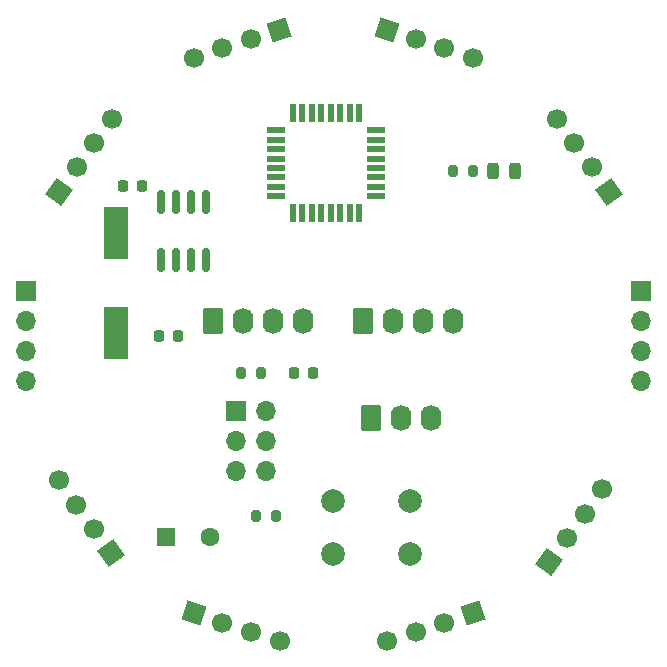
<source format=gbr>
%TF.GenerationSoftware,KiCad,Pcbnew,6.0.11+dfsg-1~bpo11+1*%
%TF.CreationDate,2023-02-26T17:05:11+01:00*%
%TF.ProjectId,ultrasonic_board,756c7472-6173-46f6-9e69-635f626f6172,rev?*%
%TF.SameCoordinates,PX8b48bd0PY4eb9cf0*%
%TF.FileFunction,Soldermask,Top*%
%TF.FilePolarity,Negative*%
%FSLAX46Y46*%
G04 Gerber Fmt 4.6, Leading zero omitted, Abs format (unit mm)*
G04 Created by KiCad (PCBNEW 6.0.11+dfsg-1~bpo11+1) date 2023-02-26 17:05:11*
%MOMM*%
%LPD*%
G01*
G04 APERTURE LIST*
G04 Aperture macros list*
%AMRoundRect*
0 Rectangle with rounded corners*
0 $1 Rounding radius*
0 $2 $3 $4 $5 $6 $7 $8 $9 X,Y pos of 4 corners*
0 Add a 4 corners polygon primitive as box body*
4,1,4,$2,$3,$4,$5,$6,$7,$8,$9,$2,$3,0*
0 Add four circle primitives for the rounded corners*
1,1,$1+$1,$2,$3*
1,1,$1+$1,$4,$5*
1,1,$1+$1,$6,$7*
1,1,$1+$1,$8,$9*
0 Add four rect primitives between the rounded corners*
20,1,$1+$1,$2,$3,$4,$5,0*
20,1,$1+$1,$4,$5,$6,$7,0*
20,1,$1+$1,$6,$7,$8,$9,0*
20,1,$1+$1,$8,$9,$2,$3,0*%
%AMHorizOval*
0 Thick line with rounded ends*
0 $1 width*
0 $2 $3 position (X,Y) of the first rounded end (center of the circle)*
0 $4 $5 position (X,Y) of the second rounded end (center of the circle)*
0 Add line between two ends*
20,1,$1,$2,$3,$4,$5,0*
0 Add two circle primitives to create the rounded ends*
1,1,$1,$2,$3*
1,1,$1,$4,$5*%
%AMRotRect*
0 Rectangle, with rotation*
0 The origin of the aperture is its center*
0 $1 length*
0 $2 width*
0 $3 Rotation angle, in degrees counterclockwise*
0 Add horizontal line*
21,1,$1,$2,0,0,$3*%
G04 Aperture macros list end*
%ADD10RoundRect,0.225000X-0.225000X-0.250000X0.225000X-0.250000X0.225000X0.250000X-0.225000X0.250000X0*%
%ADD11R,1.600000X1.600000*%
%ADD12C,1.600000*%
%ADD13RoundRect,0.249999X-0.620001X-0.845001X0.620001X-0.845001X0.620001X0.845001X-0.620001X0.845001X0*%
%ADD14O,1.740000X2.190000*%
%ADD15R,1.700000X1.700000*%
%ADD16O,1.700000X1.700000*%
%ADD17RotRect,1.700000X1.700000X216.000000*%
%ADD18HorizOval,1.700000X0.000000X0.000000X0.000000X0.000000X0*%
%ADD19RotRect,1.700000X1.700000X72.000000*%
%ADD20HorizOval,1.700000X0.000000X0.000000X0.000000X0.000000X0*%
%ADD21RotRect,1.700000X1.700000X288.000000*%
%ADD22HorizOval,1.700000X0.000000X0.000000X0.000000X0.000000X0*%
%ADD23RotRect,1.700000X1.700000X144.000000*%
%ADD24HorizOval,1.700000X0.000000X0.000000X0.000000X0.000000X0*%
%ADD25RoundRect,0.200000X-0.200000X-0.275000X0.200000X-0.275000X0.200000X0.275000X-0.200000X0.275000X0*%
%ADD26RoundRect,0.200000X0.200000X0.275000X-0.200000X0.275000X-0.200000X-0.275000X0.200000X-0.275000X0*%
%ADD27C,2.000000*%
%ADD28R,1.600000X0.550000*%
%ADD29R,0.550000X1.600000*%
%ADD30RoundRect,0.150000X-0.150000X0.825000X-0.150000X-0.825000X0.150000X-0.825000X0.150000X0.825000X0*%
%ADD31R,2.000000X4.500000*%
%ADD32RoundRect,0.243750X0.243750X0.456250X-0.243750X0.456250X-0.243750X-0.456250X0.243750X-0.456250X0*%
G04 APERTURE END LIST*
D10*
%TO.C,C1*%
X-17780000Y12700000D03*
X-16230000Y12700000D03*
%TD*%
%TO.C,C2*%
X-14745000Y0D03*
X-13195000Y0D03*
%TD*%
D11*
%TO.C,C3*%
X-14210604Y-17018000D03*
D12*
X-10410604Y-17018000D03*
%TD*%
D10*
%TO.C,C4*%
X-3315000Y-3175000D03*
X-1765000Y-3175000D03*
%TD*%
D13*
%TO.C,J1*%
X3175000Y-6985000D03*
D14*
X5715000Y-6985000D03*
X8255000Y-6985000D03*
%TD*%
D15*
%TO.C,J2*%
X-8255000Y-6350000D03*
D16*
X-5715000Y-6350000D03*
X-8255000Y-8890000D03*
X-5715000Y-8890000D03*
X-8255000Y-11430000D03*
X-5715000Y-11430000D03*
%TD*%
D13*
%TO.C,J3*%
X2540000Y1270000D03*
D14*
X5080000Y1270000D03*
X7620000Y1270000D03*
X10160000Y1270000D03*
%TD*%
D13*
%TO.C,J4*%
X-10160000Y1270000D03*
D14*
X-7620000Y1270000D03*
X-5080000Y1270000D03*
X-2540000Y1270000D03*
%TD*%
D15*
%TO.C,J5*%
X26035000Y3810000D03*
D16*
X26035000Y1270000D03*
X26035000Y-1270000D03*
X26035000Y-3810000D03*
%TD*%
D17*
%TO.C,J6*%
X23368000Y12192000D03*
D18*
X21875025Y14246903D03*
X20382051Y16301806D03*
X18889076Y18356709D03*
%TD*%
D19*
%TO.C,J7*%
X4572000Y25908000D03*
D20*
X6987684Y25123097D03*
X9403367Y24338194D03*
X11819051Y23553291D03*
%TD*%
D21*
%TO.C,J8*%
X-4572000Y25908000D03*
D22*
X-6987684Y25123097D03*
X-9403367Y24338194D03*
X-11819051Y23553291D03*
%TD*%
D23*
%TO.C,J9*%
X-23241000Y12192000D03*
D24*
X-21748025Y14246903D03*
X-20255051Y16301806D03*
X-18762076Y18356709D03*
%TD*%
D15*
%TO.C,J10*%
X-26035000Y3810000D03*
D16*
X-26035000Y1270000D03*
X-26035000Y-1270000D03*
X-26035000Y-3810000D03*
%TD*%
D17*
%TO.C,J11*%
X-18796000Y-18415000D03*
D18*
X-20288975Y-16360097D03*
X-21781949Y-14305194D03*
X-23274924Y-12250291D03*
%TD*%
D19*
%TO.C,J12*%
X-11811000Y-23495000D03*
D20*
X-9395316Y-24279903D03*
X-6979633Y-25064806D03*
X-4563949Y-25849709D03*
%TD*%
D21*
%TO.C,J13*%
X11811000Y-23495000D03*
D22*
X9395316Y-24279903D03*
X6979633Y-25064806D03*
X4563949Y-25849709D03*
%TD*%
D23*
%TO.C,J14*%
X18288000Y-19177000D03*
D24*
X19780975Y-17122097D03*
X21273949Y-15067194D03*
X22766924Y-13012291D03*
%TD*%
D25*
%TO.C,R1*%
X-6540000Y-15240000D03*
X-4890000Y-15240000D03*
%TD*%
D26*
%TO.C,R2*%
X-6160000Y-3175000D03*
X-7810000Y-3175000D03*
%TD*%
D25*
%TO.C,R3*%
X10160000Y13970000D03*
X11810000Y13970000D03*
%TD*%
D27*
%TO.C,SW1*%
X0Y-13970000D03*
X6500000Y-13970000D03*
X0Y-18470000D03*
X6500000Y-18470000D03*
%TD*%
D28*
%TO.C,U1*%
X-4885000Y17405000D03*
X-4885000Y16605000D03*
X-4885000Y15805000D03*
X-4885000Y15005000D03*
X-4885000Y14205000D03*
X-4885000Y13405000D03*
X-4885000Y12605000D03*
X-4885000Y11805000D03*
D29*
X-3435000Y10355000D03*
X-2635000Y10355000D03*
X-1835000Y10355000D03*
X-1035000Y10355000D03*
X-235000Y10355000D03*
X565000Y10355000D03*
X1365000Y10355000D03*
X2165000Y10355000D03*
D28*
X3615000Y11805000D03*
X3615000Y12605000D03*
X3615000Y13405000D03*
X3615000Y14205000D03*
X3615000Y15005000D03*
X3615000Y15805000D03*
X3615000Y16605000D03*
X3615000Y17405000D03*
D29*
X2165000Y18855000D03*
X1365000Y18855000D03*
X565000Y18855000D03*
X-235000Y18855000D03*
X-1035000Y18855000D03*
X-1835000Y18855000D03*
X-2635000Y18855000D03*
X-3435000Y18855000D03*
%TD*%
D30*
%TO.C,U2*%
X-10795000Y11365000D03*
X-12065000Y11365000D03*
X-13335000Y11365000D03*
X-14605000Y11365000D03*
X-14605000Y6415000D03*
X-13335000Y6415000D03*
X-12065000Y6415000D03*
X-10795000Y6415000D03*
%TD*%
D31*
%TO.C,Y1*%
X-18415000Y8695000D03*
X-18415000Y195000D03*
%TD*%
D32*
%TO.C,D1*%
X15390000Y13970000D03*
X13515000Y13970000D03*
%TD*%
M02*

</source>
